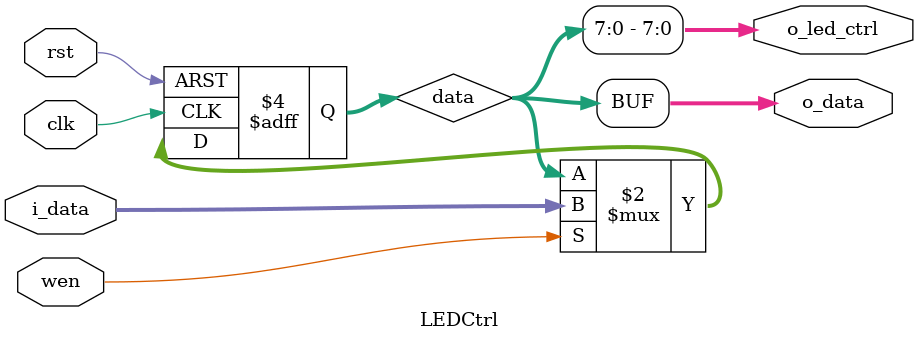
<source format=v>
`timescale 1ns / 1ps
module LEDCtrl(
    input clk,
    input rst,
    input wen,
    input [31:0] i_data,
    output [31:0] o_data,
    output [7:0] o_led_ctrl
    );
    reg [31:0] data;
    always @(posedge clk or posedge rst) begin
        if (rst) data <= 32'h000000FF;
        else if (wen) data <= i_data; // lack of else 
    end
    assign o_data=data;
    assign o_led_ctrl=data[7:0];
    // initial begin data = 32'h000000FF; end
endmodule

</source>
